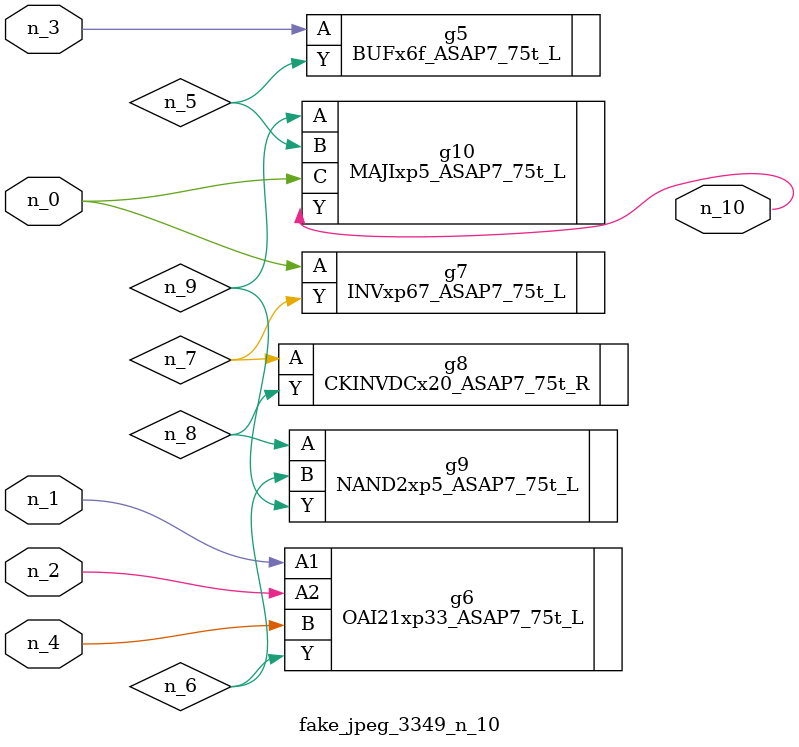
<source format=v>
module fake_jpeg_3349_n_10 (n_3, n_2, n_1, n_0, n_4, n_10);

input n_3;
input n_2;
input n_1;
input n_0;
input n_4;

output n_10;

wire n_8;
wire n_9;
wire n_6;
wire n_5;
wire n_7;

BUFx6f_ASAP7_75t_L g5 ( 
.A(n_3),
.Y(n_5)
);

OAI21xp33_ASAP7_75t_L g6 ( 
.A1(n_1),
.A2(n_2),
.B(n_4),
.Y(n_6)
);

INVxp67_ASAP7_75t_L g7 ( 
.A(n_0),
.Y(n_7)
);

CKINVDCx20_ASAP7_75t_R g8 ( 
.A(n_7),
.Y(n_8)
);

NAND2xp5_ASAP7_75t_L g9 ( 
.A(n_8),
.B(n_6),
.Y(n_9)
);

MAJIxp5_ASAP7_75t_L g10 ( 
.A(n_9),
.B(n_5),
.C(n_0),
.Y(n_10)
);


endmodule
</source>
